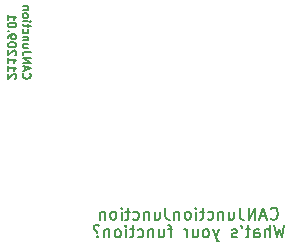
<source format=gbr>
G04 #@! TF.GenerationSoftware,KiCad,Pcbnew,(5.1.12)-1*
G04 #@! TF.CreationDate,2021-12-10T08:44:54-05:00*
G04 #@! TF.ProjectId,CANJunction,43414e4a-756e-4637-9469-6f6e2e6b6963,01*
G04 #@! TF.SameCoordinates,Original*
G04 #@! TF.FileFunction,Legend,Bot*
G04 #@! TF.FilePolarity,Positive*
%FSLAX46Y46*%
G04 Gerber Fmt 4.6, Leading zero omitted, Abs format (unit mm)*
G04 Created by KiCad (PCBNEW (5.1.12)-1) date 2021-12-10 08:44:54*
%MOMM*%
%LPD*%
G01*
G04 APERTURE LIST*
%ADD10C,0.150000*%
G04 APERTURE END LIST*
D10*
X128316666Y-58019166D02*
X128350000Y-57985833D01*
X128383333Y-57919166D01*
X128383333Y-57752500D01*
X128350000Y-57685833D01*
X128316666Y-57652500D01*
X128250000Y-57619166D01*
X128183333Y-57619166D01*
X128083333Y-57652500D01*
X127683333Y-58052500D01*
X127683333Y-57619166D01*
X127683333Y-56952500D02*
X127683333Y-57352500D01*
X127683333Y-57152500D02*
X128383333Y-57152500D01*
X128283333Y-57219166D01*
X128216666Y-57285833D01*
X128183333Y-57352500D01*
X127683333Y-56285833D02*
X127683333Y-56685833D01*
X127683333Y-56485833D02*
X128383333Y-56485833D01*
X128283333Y-56552500D01*
X128216666Y-56619166D01*
X128183333Y-56685833D01*
X128316666Y-56019166D02*
X128350000Y-55985833D01*
X128383333Y-55919166D01*
X128383333Y-55752500D01*
X128350000Y-55685833D01*
X128316666Y-55652500D01*
X128250000Y-55619166D01*
X128183333Y-55619166D01*
X128083333Y-55652500D01*
X127683333Y-56052500D01*
X127683333Y-55619166D01*
X128383333Y-55185833D02*
X128383333Y-55119166D01*
X128350000Y-55052500D01*
X128316666Y-55019166D01*
X128250000Y-54985833D01*
X128116666Y-54952500D01*
X127950000Y-54952500D01*
X127816666Y-54985833D01*
X127750000Y-55019166D01*
X127716666Y-55052500D01*
X127683333Y-55119166D01*
X127683333Y-55185833D01*
X127716666Y-55252500D01*
X127750000Y-55285833D01*
X127816666Y-55319166D01*
X127950000Y-55352500D01*
X128116666Y-55352500D01*
X128250000Y-55319166D01*
X128316666Y-55285833D01*
X128350000Y-55252500D01*
X128383333Y-55185833D01*
X127683333Y-54619166D02*
X127683333Y-54485833D01*
X127716666Y-54419166D01*
X127750000Y-54385833D01*
X127850000Y-54319166D01*
X127983333Y-54285833D01*
X128250000Y-54285833D01*
X128316666Y-54319166D01*
X128350000Y-54352500D01*
X128383333Y-54419166D01*
X128383333Y-54552500D01*
X128350000Y-54619166D01*
X128316666Y-54652500D01*
X128250000Y-54685833D01*
X128083333Y-54685833D01*
X128016666Y-54652500D01*
X127983333Y-54619166D01*
X127950000Y-54552500D01*
X127950000Y-54419166D01*
X127983333Y-54352500D01*
X128016666Y-54319166D01*
X128083333Y-54285833D01*
X127750000Y-53985833D02*
X127716666Y-53952500D01*
X127683333Y-53985833D01*
X127716666Y-54019166D01*
X127750000Y-53985833D01*
X127683333Y-53985833D01*
X128383333Y-53519166D02*
X128383333Y-53452500D01*
X128350000Y-53385833D01*
X128316666Y-53352500D01*
X128250000Y-53319166D01*
X128116666Y-53285833D01*
X127950000Y-53285833D01*
X127816666Y-53319166D01*
X127750000Y-53352500D01*
X127716666Y-53385833D01*
X127683333Y-53452500D01*
X127683333Y-53519166D01*
X127716666Y-53585833D01*
X127750000Y-53619166D01*
X127816666Y-53652500D01*
X127950000Y-53685833D01*
X128116666Y-53685833D01*
X128250000Y-53652500D01*
X128316666Y-53619166D01*
X128350000Y-53585833D01*
X128383333Y-53519166D01*
X127683333Y-52619166D02*
X127683333Y-53019166D01*
X127683333Y-52819166D02*
X128383333Y-52819166D01*
X128283333Y-52885833D01*
X128216666Y-52952500D01*
X128183333Y-53019166D01*
X129000000Y-57585833D02*
X128966666Y-57619166D01*
X128933333Y-57719166D01*
X128933333Y-57785833D01*
X128966666Y-57885833D01*
X129033333Y-57952500D01*
X129100000Y-57985833D01*
X129233333Y-58019166D01*
X129333333Y-58019166D01*
X129466666Y-57985833D01*
X129533333Y-57952500D01*
X129600000Y-57885833D01*
X129633333Y-57785833D01*
X129633333Y-57719166D01*
X129600000Y-57619166D01*
X129566666Y-57585833D01*
X129133333Y-57319166D02*
X129133333Y-56985833D01*
X128933333Y-57385833D02*
X129633333Y-57152500D01*
X128933333Y-56919166D01*
X128933333Y-56685833D02*
X129633333Y-56685833D01*
X128933333Y-56285833D01*
X129633333Y-56285833D01*
X129633333Y-55752500D02*
X129133333Y-55752500D01*
X129033333Y-55785833D01*
X128966666Y-55852500D01*
X128933333Y-55952500D01*
X128933333Y-56019166D01*
X129400000Y-55119166D02*
X128933333Y-55119166D01*
X129400000Y-55419166D02*
X129033333Y-55419166D01*
X128966666Y-55385833D01*
X128933333Y-55319166D01*
X128933333Y-55219166D01*
X128966666Y-55152500D01*
X129000000Y-55119166D01*
X129400000Y-54785833D02*
X128933333Y-54785833D01*
X129333333Y-54785833D02*
X129366666Y-54752500D01*
X129400000Y-54685833D01*
X129400000Y-54585833D01*
X129366666Y-54519166D01*
X129300000Y-54485833D01*
X128933333Y-54485833D01*
X128966666Y-53852500D02*
X128933333Y-53919166D01*
X128933333Y-54052500D01*
X128966666Y-54119166D01*
X129000000Y-54152500D01*
X129066666Y-54185833D01*
X129266666Y-54185833D01*
X129333333Y-54152500D01*
X129366666Y-54119166D01*
X129400000Y-54052500D01*
X129400000Y-53919166D01*
X129366666Y-53852500D01*
X129400000Y-53652500D02*
X129400000Y-53385833D01*
X129633333Y-53552500D02*
X129033333Y-53552500D01*
X128966666Y-53519166D01*
X128933333Y-53452500D01*
X128933333Y-53385833D01*
X128933333Y-53152500D02*
X129400000Y-53152500D01*
X129633333Y-53152500D02*
X129600000Y-53185833D01*
X129566666Y-53152500D01*
X129600000Y-53119166D01*
X129633333Y-53152500D01*
X129566666Y-53152500D01*
X128933333Y-52719166D02*
X128966666Y-52785833D01*
X129000000Y-52819166D01*
X129066666Y-52852500D01*
X129266666Y-52852500D01*
X129333333Y-52819166D01*
X129366666Y-52785833D01*
X129400000Y-52719166D01*
X129400000Y-52619166D01*
X129366666Y-52552500D01*
X129333333Y-52519166D01*
X129266666Y-52485833D01*
X129066666Y-52485833D01*
X129000000Y-52519166D01*
X128966666Y-52552500D01*
X128933333Y-52619166D01*
X128933333Y-52719166D01*
X129400000Y-52185833D02*
X128933333Y-52185833D01*
X129333333Y-52185833D02*
X129366666Y-52152500D01*
X129400000Y-52085833D01*
X129400000Y-51985833D01*
X129366666Y-51919166D01*
X129300000Y-51885833D01*
X128933333Y-51885833D01*
X151095238Y-70452380D02*
X150857142Y-71452380D01*
X150666666Y-70738095D01*
X150476190Y-71452380D01*
X150238095Y-70452380D01*
X149857142Y-71452380D02*
X149857142Y-70452380D01*
X149428571Y-71452380D02*
X149428571Y-70928571D01*
X149476190Y-70833333D01*
X149571428Y-70785714D01*
X149714285Y-70785714D01*
X149809523Y-70833333D01*
X149857142Y-70880952D01*
X148523809Y-71452380D02*
X148523809Y-70928571D01*
X148571428Y-70833333D01*
X148666666Y-70785714D01*
X148857142Y-70785714D01*
X148952380Y-70833333D01*
X148523809Y-71404761D02*
X148619047Y-71452380D01*
X148857142Y-71452380D01*
X148952380Y-71404761D01*
X149000000Y-71309523D01*
X149000000Y-71214285D01*
X148952380Y-71119047D01*
X148857142Y-71071428D01*
X148619047Y-71071428D01*
X148523809Y-71023809D01*
X148190476Y-70785714D02*
X147809523Y-70785714D01*
X148047619Y-70452380D02*
X148047619Y-71309523D01*
X148000000Y-71404761D01*
X147904761Y-71452380D01*
X147809523Y-71452380D01*
X147428571Y-70452380D02*
X147523809Y-70642857D01*
X147047619Y-71404761D02*
X146952380Y-71452380D01*
X146761904Y-71452380D01*
X146666666Y-71404761D01*
X146619047Y-71309523D01*
X146619047Y-71261904D01*
X146666666Y-71166666D01*
X146761904Y-71119047D01*
X146904761Y-71119047D01*
X147000000Y-71071428D01*
X147047619Y-70976190D01*
X147047619Y-70928571D01*
X147000000Y-70833333D01*
X146904761Y-70785714D01*
X146761904Y-70785714D01*
X146666666Y-70833333D01*
X145523809Y-70785714D02*
X145285714Y-71452380D01*
X145047619Y-70785714D02*
X145285714Y-71452380D01*
X145380952Y-71690476D01*
X145428571Y-71738095D01*
X145523809Y-71785714D01*
X144523809Y-71452380D02*
X144619047Y-71404761D01*
X144666666Y-71357142D01*
X144714285Y-71261904D01*
X144714285Y-70976190D01*
X144666666Y-70880952D01*
X144619047Y-70833333D01*
X144523809Y-70785714D01*
X144380952Y-70785714D01*
X144285714Y-70833333D01*
X144238095Y-70880952D01*
X144190476Y-70976190D01*
X144190476Y-71261904D01*
X144238095Y-71357142D01*
X144285714Y-71404761D01*
X144380952Y-71452380D01*
X144523809Y-71452380D01*
X143333333Y-70785714D02*
X143333333Y-71452380D01*
X143761904Y-70785714D02*
X143761904Y-71309523D01*
X143714285Y-71404761D01*
X143619047Y-71452380D01*
X143476190Y-71452380D01*
X143380952Y-71404761D01*
X143333333Y-71357142D01*
X142857142Y-71452380D02*
X142857142Y-70785714D01*
X142857142Y-70976190D02*
X142809523Y-70880952D01*
X142761904Y-70833333D01*
X142666666Y-70785714D01*
X142571428Y-70785714D01*
X141619047Y-70785714D02*
X141238095Y-70785714D01*
X141476190Y-71452380D02*
X141476190Y-70595238D01*
X141428571Y-70500000D01*
X141333333Y-70452380D01*
X141238095Y-70452380D01*
X140476190Y-70785714D02*
X140476190Y-71452380D01*
X140904761Y-70785714D02*
X140904761Y-71309523D01*
X140857142Y-71404761D01*
X140761904Y-71452380D01*
X140619047Y-71452380D01*
X140523809Y-71404761D01*
X140476190Y-71357142D01*
X140000000Y-70785714D02*
X140000000Y-71452380D01*
X140000000Y-70880952D02*
X139952380Y-70833333D01*
X139857142Y-70785714D01*
X139714285Y-70785714D01*
X139619047Y-70833333D01*
X139571428Y-70928571D01*
X139571428Y-71452380D01*
X138666666Y-71404761D02*
X138761904Y-71452380D01*
X138952380Y-71452380D01*
X139047619Y-71404761D01*
X139095238Y-71357142D01*
X139142857Y-71261904D01*
X139142857Y-70976190D01*
X139095238Y-70880952D01*
X139047619Y-70833333D01*
X138952380Y-70785714D01*
X138761904Y-70785714D01*
X138666666Y-70833333D01*
X138380952Y-70785714D02*
X138000000Y-70785714D01*
X138238095Y-70452380D02*
X138238095Y-71309523D01*
X138190476Y-71404761D01*
X138095238Y-71452380D01*
X138000000Y-71452380D01*
X137666666Y-71452380D02*
X137666666Y-70785714D01*
X137666666Y-70452380D02*
X137714285Y-70500000D01*
X137666666Y-70547619D01*
X137619047Y-70500000D01*
X137666666Y-70452380D01*
X137666666Y-70547619D01*
X137047619Y-71452380D02*
X137142857Y-71404761D01*
X137190476Y-71357142D01*
X137238095Y-71261904D01*
X137238095Y-70976190D01*
X137190476Y-70880952D01*
X137142857Y-70833333D01*
X137047619Y-70785714D01*
X136904761Y-70785714D01*
X136809523Y-70833333D01*
X136761904Y-70880952D01*
X136714285Y-70976190D01*
X136714285Y-71261904D01*
X136761904Y-71357142D01*
X136809523Y-71404761D01*
X136904761Y-71452380D01*
X137047619Y-71452380D01*
X136285714Y-70785714D02*
X136285714Y-71452380D01*
X136285714Y-70880952D02*
X136238095Y-70833333D01*
X136142857Y-70785714D01*
X136000000Y-70785714D01*
X135904761Y-70833333D01*
X135857142Y-70928571D01*
X135857142Y-71452380D01*
X135238095Y-71357142D02*
X135190476Y-71404761D01*
X135238095Y-71452380D01*
X135285714Y-71404761D01*
X135238095Y-71357142D01*
X135238095Y-71452380D01*
X135428571Y-70500000D02*
X135333333Y-70452380D01*
X135095238Y-70452380D01*
X135000000Y-70500000D01*
X134952380Y-70595238D01*
X134952380Y-70690476D01*
X135000000Y-70785714D01*
X135047619Y-70833333D01*
X135142857Y-70880952D01*
X135190476Y-70928571D01*
X135238095Y-71023809D01*
X135238095Y-71071428D01*
X149928571Y-69857142D02*
X149976190Y-69904761D01*
X150119047Y-69952380D01*
X150214285Y-69952380D01*
X150357142Y-69904761D01*
X150452380Y-69809523D01*
X150500000Y-69714285D01*
X150547619Y-69523809D01*
X150547619Y-69380952D01*
X150500000Y-69190476D01*
X150452380Y-69095238D01*
X150357142Y-69000000D01*
X150214285Y-68952380D01*
X150119047Y-68952380D01*
X149976190Y-69000000D01*
X149928571Y-69047619D01*
X149547619Y-69666666D02*
X149071428Y-69666666D01*
X149642857Y-69952380D02*
X149309523Y-68952380D01*
X148976190Y-69952380D01*
X148642857Y-69952380D02*
X148642857Y-68952380D01*
X148071428Y-69952380D01*
X148071428Y-68952380D01*
X147309523Y-68952380D02*
X147309523Y-69666666D01*
X147357142Y-69809523D01*
X147452380Y-69904761D01*
X147595238Y-69952380D01*
X147690476Y-69952380D01*
X146404761Y-69285714D02*
X146404761Y-69952380D01*
X146833333Y-69285714D02*
X146833333Y-69809523D01*
X146785714Y-69904761D01*
X146690476Y-69952380D01*
X146547619Y-69952380D01*
X146452380Y-69904761D01*
X146404761Y-69857142D01*
X145928571Y-69285714D02*
X145928571Y-69952380D01*
X145928571Y-69380952D02*
X145880952Y-69333333D01*
X145785714Y-69285714D01*
X145642857Y-69285714D01*
X145547619Y-69333333D01*
X145500000Y-69428571D01*
X145500000Y-69952380D01*
X144595238Y-69904761D02*
X144690476Y-69952380D01*
X144880952Y-69952380D01*
X144976190Y-69904761D01*
X145023809Y-69857142D01*
X145071428Y-69761904D01*
X145071428Y-69476190D01*
X145023809Y-69380952D01*
X144976190Y-69333333D01*
X144880952Y-69285714D01*
X144690476Y-69285714D01*
X144595238Y-69333333D01*
X144309523Y-69285714D02*
X143928571Y-69285714D01*
X144166666Y-68952380D02*
X144166666Y-69809523D01*
X144119047Y-69904761D01*
X144023809Y-69952380D01*
X143928571Y-69952380D01*
X143595238Y-69952380D02*
X143595238Y-69285714D01*
X143595238Y-68952380D02*
X143642857Y-69000000D01*
X143595238Y-69047619D01*
X143547619Y-69000000D01*
X143595238Y-68952380D01*
X143595238Y-69047619D01*
X142976190Y-69952380D02*
X143071428Y-69904761D01*
X143119047Y-69857142D01*
X143166666Y-69761904D01*
X143166666Y-69476190D01*
X143119047Y-69380952D01*
X143071428Y-69333333D01*
X142976190Y-69285714D01*
X142833333Y-69285714D01*
X142738095Y-69333333D01*
X142690476Y-69380952D01*
X142642857Y-69476190D01*
X142642857Y-69761904D01*
X142690476Y-69857142D01*
X142738095Y-69904761D01*
X142833333Y-69952380D01*
X142976190Y-69952380D01*
X142214285Y-69285714D02*
X142214285Y-69952380D01*
X142214285Y-69380952D02*
X142166666Y-69333333D01*
X142071428Y-69285714D01*
X141928571Y-69285714D01*
X141833333Y-69333333D01*
X141785714Y-69428571D01*
X141785714Y-69952380D01*
X141023809Y-68952380D02*
X141023809Y-69666666D01*
X141071428Y-69809523D01*
X141166666Y-69904761D01*
X141309523Y-69952380D01*
X141404761Y-69952380D01*
X140119047Y-69285714D02*
X140119047Y-69952380D01*
X140547619Y-69285714D02*
X140547619Y-69809523D01*
X140500000Y-69904761D01*
X140404761Y-69952380D01*
X140261904Y-69952380D01*
X140166666Y-69904761D01*
X140119047Y-69857142D01*
X139642857Y-69285714D02*
X139642857Y-69952380D01*
X139642857Y-69380952D02*
X139595238Y-69333333D01*
X139500000Y-69285714D01*
X139357142Y-69285714D01*
X139261904Y-69333333D01*
X139214285Y-69428571D01*
X139214285Y-69952380D01*
X138309523Y-69904761D02*
X138404761Y-69952380D01*
X138595238Y-69952380D01*
X138690476Y-69904761D01*
X138738095Y-69857142D01*
X138785714Y-69761904D01*
X138785714Y-69476190D01*
X138738095Y-69380952D01*
X138690476Y-69333333D01*
X138595238Y-69285714D01*
X138404761Y-69285714D01*
X138309523Y-69333333D01*
X138023809Y-69285714D02*
X137642857Y-69285714D01*
X137880952Y-68952380D02*
X137880952Y-69809523D01*
X137833333Y-69904761D01*
X137738095Y-69952380D01*
X137642857Y-69952380D01*
X137309523Y-69952380D02*
X137309523Y-69285714D01*
X137309523Y-68952380D02*
X137357142Y-69000000D01*
X137309523Y-69047619D01*
X137261904Y-69000000D01*
X137309523Y-68952380D01*
X137309523Y-69047619D01*
X136690476Y-69952380D02*
X136785714Y-69904761D01*
X136833333Y-69857142D01*
X136880952Y-69761904D01*
X136880952Y-69476190D01*
X136833333Y-69380952D01*
X136785714Y-69333333D01*
X136690476Y-69285714D01*
X136547619Y-69285714D01*
X136452380Y-69333333D01*
X136404761Y-69380952D01*
X136357142Y-69476190D01*
X136357142Y-69761904D01*
X136404761Y-69857142D01*
X136452380Y-69904761D01*
X136547619Y-69952380D01*
X136690476Y-69952380D01*
X135928571Y-69285714D02*
X135928571Y-69952380D01*
X135928571Y-69380952D02*
X135880952Y-69333333D01*
X135785714Y-69285714D01*
X135642857Y-69285714D01*
X135547619Y-69333333D01*
X135500000Y-69428571D01*
X135500000Y-69952380D01*
M02*

</source>
